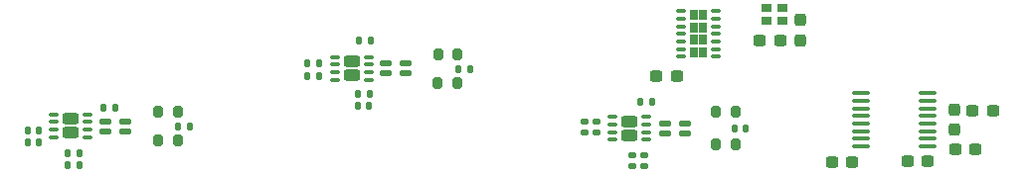
<source format=gbr>
%TF.GenerationSoftware,KiCad,Pcbnew,7.0.8*%
%TF.CreationDate,2024-02-12T21:11:38+01:00*%
%TF.ProjectId,HatV4,48617456-342e-46b6-9963-61645f706362,V2*%
%TF.SameCoordinates,Original*%
%TF.FileFunction,Paste,Top*%
%TF.FilePolarity,Positive*%
%FSLAX46Y46*%
G04 Gerber Fmt 4.6, Leading zero omitted, Abs format (unit mm)*
G04 Created by KiCad (PCBNEW 7.0.8) date 2024-02-12 21:11:38*
%MOMM*%
%LPD*%
G01*
G04 APERTURE LIST*
G04 Aperture macros list*
%AMRoundRect*
0 Rectangle with rounded corners*
0 $1 Rounding radius*
0 $2 $3 $4 $5 $6 $7 $8 $9 X,Y pos of 4 corners*
0 Add a 4 corners polygon primitive as box body*
4,1,4,$2,$3,$4,$5,$6,$7,$8,$9,$2,$3,0*
0 Add four circle primitives for the rounded corners*
1,1,$1+$1,$2,$3*
1,1,$1+$1,$4,$5*
1,1,$1+$1,$6,$7*
1,1,$1+$1,$8,$9*
0 Add four rect primitives between the rounded corners*
20,1,$1+$1,$2,$3,$4,$5,0*
20,1,$1+$1,$4,$5,$6,$7,0*
20,1,$1+$1,$6,$7,$8,$9,0*
20,1,$1+$1,$8,$9,$2,$3,0*%
G04 Aperture macros list end*
%ADD10RoundRect,0.237500X-0.300000X-0.237500X0.300000X-0.237500X0.300000X0.237500X-0.300000X0.237500X0*%
%ADD11RoundRect,0.100000X0.637500X0.100000X-0.637500X0.100000X-0.637500X-0.100000X0.637500X-0.100000X0*%
%ADD12RoundRect,0.140000X0.140000X0.170000X-0.140000X0.170000X-0.140000X-0.170000X0.140000X-0.170000X0*%
%ADD13RoundRect,0.020000X-0.430000X0.180000X-0.430000X-0.180000X0.430000X-0.180000X0.430000X0.180000X0*%
%ADD14RoundRect,0.140000X0.170000X-0.140000X0.170000X0.140000X-0.170000X0.140000X-0.170000X-0.140000X0*%
%ADD15RoundRect,0.140000X-0.140000X-0.170000X0.140000X-0.170000X0.140000X0.170000X-0.140000X0.170000X0*%
%ADD16RoundRect,0.140000X-0.170000X0.140000X-0.170000X-0.140000X0.170000X-0.140000X0.170000X0.140000X0*%
%ADD17R,0.660000X0.850000*%
%ADD18O,0.850000X0.350000*%
%ADD19RoundRect,0.200000X0.200000X0.275000X-0.200000X0.275000X-0.200000X-0.275000X0.200000X-0.275000X0*%
%ADD20RoundRect,0.135000X-0.135000X-0.185000X0.135000X-0.185000X0.135000X0.185000X-0.135000X0.185000X0*%
%ADD21RoundRect,0.250000X-0.450000X-0.250000X0.450000X-0.250000X0.450000X0.250000X-0.450000X0.250000X0*%
%ADD22RoundRect,0.075000X-0.350000X-0.075000X0.350000X-0.075000X0.350000X0.075000X-0.350000X0.075000X0*%
%ADD23RoundRect,0.200000X-0.200000X-0.275000X0.200000X-0.275000X0.200000X0.275000X-0.200000X0.275000X0*%
%ADD24R,0.900000X0.800000*%
%ADD25RoundRect,0.237500X0.300000X0.237500X-0.300000X0.237500X-0.300000X-0.237500X0.300000X-0.237500X0*%
%ADD26RoundRect,0.237500X-0.237500X0.300000X-0.237500X-0.300000X0.237500X-0.300000X0.237500X0.300000X0*%
%ADD27RoundRect,0.135000X0.135000X0.185000X-0.135000X0.185000X-0.135000X-0.185000X0.135000X-0.185000X0*%
G04 APERTURE END LIST*
D10*
%TO.C,C11*%
X166421900Y-103381000D03*
X168146900Y-103381000D03*
%TD*%
D11*
%TO.C,U6*%
X180746400Y-112423800D03*
X180746400Y-111773800D03*
X180746400Y-111123800D03*
X180746400Y-110473800D03*
X180746400Y-109823800D03*
X180746400Y-109173800D03*
X180746400Y-108523800D03*
X180746400Y-107873800D03*
X175021400Y-107873800D03*
X175021400Y-108523800D03*
X175021400Y-109173800D03*
X175021400Y-109823800D03*
X175021400Y-110473800D03*
X175021400Y-111123800D03*
X175021400Y-111773800D03*
X175021400Y-112423800D03*
%TD*%
D12*
%TO.C,C2*%
X108455400Y-113055400D03*
X107495400Y-113055400D03*
%TD*%
D13*
%TO.C,FL3*%
X158381778Y-110526378D03*
X158381778Y-111326378D03*
X160081778Y-111326378D03*
X160081778Y-110526378D03*
%TD*%
D14*
%TO.C,C21*%
X152552400Y-111249400D03*
X152552400Y-110289400D03*
%TD*%
D12*
%TO.C,C8*%
X128851600Y-105283000D03*
X127891600Y-105283000D03*
%TD*%
D15*
%TO.C,C5*%
X116893400Y-110722222D03*
X117853400Y-110722222D03*
%TD*%
D10*
%TO.C,C15*%
X183060000Y-112674400D03*
X184785000Y-112674400D03*
%TD*%
D12*
%TO.C,C7*%
X133192400Y-107975400D03*
X132232400Y-107975400D03*
%TD*%
D13*
%TO.C,FL1*%
X110700022Y-110322222D03*
X110700022Y-111122222D03*
X112400022Y-111122222D03*
X112400022Y-110322222D03*
%TD*%
D16*
%TO.C,C20*%
X156573978Y-113206578D03*
X156573978Y-114166578D03*
%TD*%
D10*
%TO.C,C16*%
X184556400Y-109397800D03*
X186281400Y-109397800D03*
%TD*%
D17*
%TO.C,U5*%
X161602300Y-104393350D03*
X161602300Y-103330850D03*
X161602300Y-102268350D03*
X161602300Y-101205850D03*
X160777300Y-104393350D03*
X160777300Y-103330850D03*
X160777300Y-102268350D03*
X160777300Y-101205850D03*
D18*
X162689800Y-104749600D03*
X162689800Y-104099600D03*
X162689800Y-103449600D03*
X162689800Y-102799600D03*
X162689800Y-102149600D03*
X162689800Y-101499600D03*
X162689800Y-100849600D03*
X159689800Y-100849600D03*
X159689800Y-101499600D03*
X159689800Y-102149600D03*
X159689800Y-102799600D03*
X159689800Y-103449600D03*
X159689800Y-104099600D03*
X159689800Y-104749600D03*
%TD*%
D19*
%TO.C,R6*%
X140639675Y-107045465D03*
X138989675Y-107045465D03*
%TD*%
D15*
%TO.C,C23*%
X164264400Y-110907378D03*
X165224400Y-110907378D03*
%TD*%
D20*
%TO.C,R1*%
X110493222Y-109096622D03*
X111513222Y-109096622D03*
%TD*%
D19*
%TO.C,R9*%
X164362400Y-112293400D03*
X162712400Y-112293400D03*
%TD*%
D12*
%TO.C,C6*%
X133164400Y-108991400D03*
X132204400Y-108991400D03*
%TD*%
D21*
%TO.C,U1*%
X107726422Y-110081222D03*
X107726422Y-111281222D03*
D22*
X106276422Y-109706222D03*
X106276422Y-110356222D03*
X106276422Y-111006222D03*
X106276422Y-111656222D03*
X109176422Y-111656222D03*
X109176422Y-111006222D03*
X109176422Y-110356222D03*
X109176422Y-109706222D03*
%TD*%
D23*
%TO.C,R8*%
X162712400Y-109499400D03*
X164362400Y-109499400D03*
%TD*%
D24*
%TO.C,Y1*%
X168348800Y-100607000D03*
X166948800Y-100607000D03*
X166948800Y-101707000D03*
X168348800Y-101707000D03*
%TD*%
D16*
%TO.C,C19*%
X155557978Y-113178578D03*
X155557978Y-114138578D03*
%TD*%
D25*
%TO.C,C17*%
X180719900Y-113665000D03*
X178994900Y-113665000D03*
%TD*%
D23*
%TO.C,R5*%
X139027400Y-104546400D03*
X140677400Y-104546400D03*
%TD*%
D25*
%TO.C,C14*%
X174294800Y-113817400D03*
X172569800Y-113817400D03*
%TD*%
D14*
%TO.C,C22*%
X151536400Y-111249400D03*
X151536400Y-110289400D03*
%TD*%
D26*
%TO.C,C12*%
X169875200Y-101630600D03*
X169875200Y-103355600D03*
%TD*%
D12*
%TO.C,C3*%
X105029000Y-112064800D03*
X104069000Y-112064800D03*
%TD*%
D23*
%TO.C,R2*%
X115199778Y-109499400D03*
X116849778Y-109499400D03*
%TD*%
D19*
%TO.C,R3*%
X116849778Y-111912400D03*
X115199778Y-111912400D03*
%TD*%
D27*
%TO.C,R7*%
X157253400Y-108610400D03*
X156233400Y-108610400D03*
%TD*%
D12*
%TO.C,C4*%
X105029000Y-111048800D03*
X104069000Y-111048800D03*
%TD*%
D15*
%TO.C,C10*%
X140769400Y-105796022D03*
X141729400Y-105796022D03*
%TD*%
D26*
%TO.C,C18*%
X183032400Y-109271900D03*
X183032400Y-110996900D03*
%TD*%
D25*
%TO.C,C13*%
X159333100Y-106400600D03*
X157608100Y-106400600D03*
%TD*%
D21*
%TO.C,U7*%
X155303978Y-110303578D03*
X155303978Y-111503578D03*
D22*
X153853978Y-109928578D03*
X153853978Y-110578578D03*
X153853978Y-111228578D03*
X153853978Y-111878578D03*
X156753978Y-111878578D03*
X156753978Y-111228578D03*
X156753978Y-110578578D03*
X156753978Y-109928578D03*
%TD*%
D12*
%TO.C,C9*%
X128851600Y-106426000D03*
X127891600Y-106426000D03*
%TD*%
D27*
%TO.C,R4*%
X133275800Y-103352600D03*
X132255800Y-103352600D03*
%TD*%
D12*
%TO.C,C1*%
X108455400Y-114071400D03*
X107495400Y-114071400D03*
%TD*%
D13*
%TO.C,FL2*%
X134585022Y-105354622D03*
X134585022Y-106154622D03*
X136285022Y-106154622D03*
X136285022Y-105354622D03*
%TD*%
D21*
%TO.C,U3*%
X131660022Y-105155022D03*
X131660022Y-106355022D03*
D22*
X130210022Y-104780022D03*
X130210022Y-105430022D03*
X130210022Y-106080022D03*
X130210022Y-106730022D03*
X133110022Y-106730022D03*
X133110022Y-106080022D03*
X133110022Y-105430022D03*
X133110022Y-104780022D03*
%TD*%
M02*

</source>
